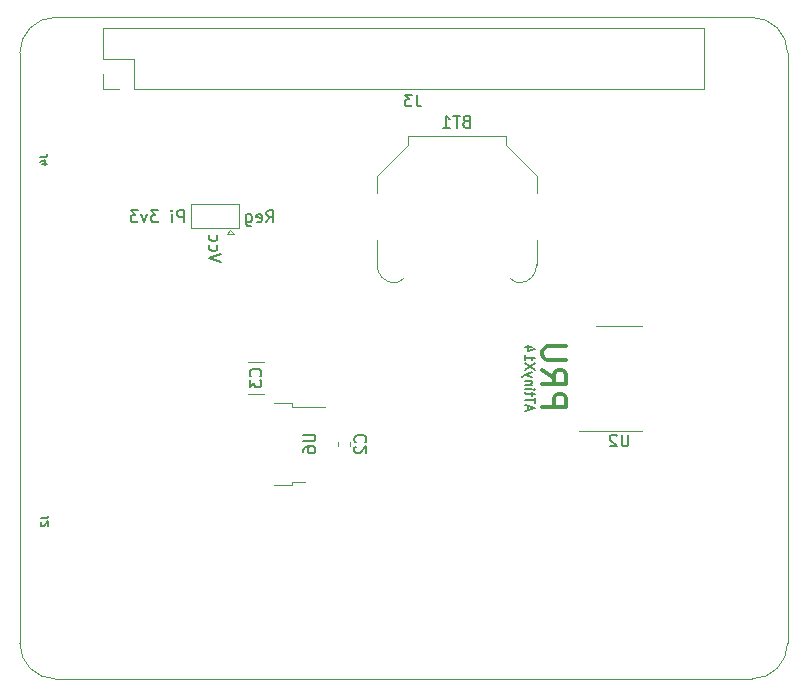
<source format=gbr>
G04 #@! TF.GenerationSoftware,KiCad,Pcbnew,6.0.2+dfsg-1*
G04 #@! TF.CreationDate,2022-08-30T21:57:41-05:00*
G04 #@! TF.ProjectId,BaseStationHAT,42617365-5374-4617-9469-6f6e4841542e,rev?*
G04 #@! TF.SameCoordinates,Original*
G04 #@! TF.FileFunction,Legend,Bot*
G04 #@! TF.FilePolarity,Positive*
%FSLAX46Y46*%
G04 Gerber Fmt 4.6, Leading zero omitted, Abs format (unit mm)*
G04 Created by KiCad (PCBNEW 6.0.2+dfsg-1) date 2022-08-30 21:57:41*
%MOMM*%
%LPD*%
G01*
G04 APERTURE LIST*
G04 #@! TA.AperFunction,Profile*
%ADD10C,0.100000*%
G04 #@! TD*
%ADD11C,0.150000*%
%ADD12C,0.300000*%
%ADD13C,0.130000*%
%ADD14C,0.120000*%
G04 APERTURE END LIST*
D10*
X143546356Y-113817611D02*
X143546356Y-63817611D01*
X78546356Y-63817611D02*
X78546356Y-113817611D01*
X140546356Y-116817611D02*
G75*
G03*
X143546356Y-113817611I-1J3000001D01*
G01*
X140546356Y-60817611D02*
X81546356Y-60817611D01*
X81546356Y-116817611D02*
X140546356Y-116817611D01*
X143546356Y-63817611D02*
G75*
G03*
X140546356Y-60817611I-3000001J-1D01*
G01*
X81546356Y-60817611D02*
G75*
G03*
X78546356Y-63817611I1J-3000001D01*
G01*
X78546356Y-113817611D02*
G75*
G03*
X81546356Y-116817611I3000001J1D01*
G01*
D11*
X92414285Y-78152380D02*
X92414285Y-77152380D01*
X92033333Y-77152380D01*
X91938095Y-77200000D01*
X91890476Y-77247619D01*
X91842857Y-77342857D01*
X91842857Y-77485714D01*
X91890476Y-77580952D01*
X91938095Y-77628571D01*
X92033333Y-77676190D01*
X92414285Y-77676190D01*
X91414285Y-78152380D02*
X91414285Y-77485714D01*
X91414285Y-77152380D02*
X91461904Y-77200000D01*
X91414285Y-77247619D01*
X91366666Y-77200000D01*
X91414285Y-77152380D01*
X91414285Y-77247619D01*
X90271428Y-77152380D02*
X89652380Y-77152380D01*
X89985714Y-77533333D01*
X89842857Y-77533333D01*
X89747619Y-77580952D01*
X89700000Y-77628571D01*
X89652380Y-77723809D01*
X89652380Y-77961904D01*
X89700000Y-78057142D01*
X89747619Y-78104761D01*
X89842857Y-78152380D01*
X90128571Y-78152380D01*
X90223809Y-78104761D01*
X90271428Y-78057142D01*
X89319047Y-77485714D02*
X89080952Y-78152380D01*
X88842857Y-77485714D01*
X88557142Y-77152380D02*
X87938095Y-77152380D01*
X88271428Y-77533333D01*
X88128571Y-77533333D01*
X88033333Y-77580952D01*
X87985714Y-77628571D01*
X87938095Y-77723809D01*
X87938095Y-77961904D01*
X87985714Y-78057142D01*
X88033333Y-78104761D01*
X88128571Y-78152380D01*
X88414285Y-78152380D01*
X88509523Y-78104761D01*
X88557142Y-78057142D01*
X99421428Y-78152380D02*
X99754761Y-77676190D01*
X99992857Y-78152380D02*
X99992857Y-77152380D01*
X99611904Y-77152380D01*
X99516666Y-77200000D01*
X99469047Y-77247619D01*
X99421428Y-77342857D01*
X99421428Y-77485714D01*
X99469047Y-77580952D01*
X99516666Y-77628571D01*
X99611904Y-77676190D01*
X99992857Y-77676190D01*
X98611904Y-78104761D02*
X98707142Y-78152380D01*
X98897619Y-78152380D01*
X98992857Y-78104761D01*
X99040476Y-78009523D01*
X99040476Y-77628571D01*
X98992857Y-77533333D01*
X98897619Y-77485714D01*
X98707142Y-77485714D01*
X98611904Y-77533333D01*
X98564285Y-77628571D01*
X98564285Y-77723809D01*
X99040476Y-77819047D01*
X97707142Y-77485714D02*
X97707142Y-78295238D01*
X97754761Y-78390476D01*
X97802380Y-78438095D01*
X97897619Y-78485714D01*
X98040476Y-78485714D01*
X98135714Y-78438095D01*
X97707142Y-78104761D02*
X97802380Y-78152380D01*
X97992857Y-78152380D01*
X98088095Y-78104761D01*
X98135714Y-78057142D01*
X98183333Y-77961904D01*
X98183333Y-77676190D01*
X98135714Y-77580952D01*
X98088095Y-77533333D01*
X97992857Y-77485714D01*
X97802380Y-77485714D01*
X97707142Y-77533333D01*
D12*
X122795238Y-93819047D02*
X124795238Y-93819047D01*
X124795238Y-93057142D01*
X124700000Y-92866666D01*
X124604761Y-92771428D01*
X124414285Y-92676190D01*
X124128571Y-92676190D01*
X123938095Y-92771428D01*
X123842857Y-92866666D01*
X123747619Y-93057142D01*
X123747619Y-93819047D01*
X122795238Y-90676190D02*
X123747619Y-91342857D01*
X122795238Y-91819047D02*
X124795238Y-91819047D01*
X124795238Y-91057142D01*
X124700000Y-90866666D01*
X124604761Y-90771428D01*
X124414285Y-90676190D01*
X124128571Y-90676190D01*
X123938095Y-90771428D01*
X123842857Y-90866666D01*
X123747619Y-91057142D01*
X123747619Y-91819047D01*
X124795238Y-89819047D02*
X123176190Y-89819047D01*
X122985714Y-89723809D01*
X122890476Y-89628571D01*
X122795238Y-89438095D01*
X122795238Y-89057142D01*
X122890476Y-88866666D01*
X122985714Y-88771428D01*
X123176190Y-88676190D01*
X124795238Y-88676190D01*
D13*
X121566666Y-94073809D02*
X121566666Y-93692857D01*
X121338095Y-94150000D02*
X122138095Y-93883333D01*
X121338095Y-93616666D01*
X122138095Y-93464285D02*
X122138095Y-93007142D01*
X121338095Y-93235714D02*
X122138095Y-93235714D01*
X121871428Y-92854761D02*
X121871428Y-92550000D01*
X122138095Y-92740476D02*
X121452380Y-92740476D01*
X121376190Y-92702380D01*
X121338095Y-92626190D01*
X121338095Y-92550000D01*
X121338095Y-92283333D02*
X121871428Y-92283333D01*
X122138095Y-92283333D02*
X122100000Y-92321428D01*
X122061904Y-92283333D01*
X122100000Y-92245238D01*
X122138095Y-92283333D01*
X122061904Y-92283333D01*
X121871428Y-91902380D02*
X121338095Y-91902380D01*
X121795238Y-91902380D02*
X121833333Y-91864285D01*
X121871428Y-91788095D01*
X121871428Y-91673809D01*
X121833333Y-91597619D01*
X121757142Y-91559523D01*
X121338095Y-91559523D01*
X121871428Y-91254761D02*
X121338095Y-91064285D01*
X121871428Y-90873809D02*
X121338095Y-91064285D01*
X121147619Y-91140476D01*
X121109523Y-91178571D01*
X121071428Y-91254761D01*
X122138095Y-90645238D02*
X121338095Y-90111904D01*
X122138095Y-90111904D02*
X121338095Y-90645238D01*
X121338095Y-89388095D02*
X121338095Y-89845238D01*
X121338095Y-89616666D02*
X122138095Y-89616666D01*
X122023809Y-89692857D01*
X121947619Y-89769047D01*
X121909523Y-89845238D01*
X121871428Y-88702380D02*
X121338095Y-88702380D01*
X122176190Y-88892857D02*
X121604761Y-89083333D01*
X121604761Y-88588095D01*
D11*
X95597619Y-81540476D02*
X94597619Y-81207142D01*
X95597619Y-80873809D01*
X94645238Y-80111904D02*
X94597619Y-80207142D01*
X94597619Y-80397619D01*
X94645238Y-80492857D01*
X94692857Y-80540476D01*
X94788095Y-80588095D01*
X95073809Y-80588095D01*
X95169047Y-80540476D01*
X95216666Y-80492857D01*
X95264285Y-80397619D01*
X95264285Y-80207142D01*
X95216666Y-80111904D01*
X94645238Y-79254761D02*
X94597619Y-79350000D01*
X94597619Y-79540476D01*
X94645238Y-79635714D01*
X94692857Y-79683333D01*
X94788095Y-79730952D01*
X95073809Y-79730952D01*
X95169047Y-79683333D01*
X95216666Y-79635714D01*
X95264285Y-79540476D01*
X95264285Y-79350000D01*
X95216666Y-79254761D01*
X80299523Y-103236666D02*
X80756666Y-103236666D01*
X80848095Y-103206190D01*
X80909047Y-103145238D01*
X80939523Y-103053809D01*
X80939523Y-102992857D01*
X80360476Y-103510952D02*
X80330000Y-103541428D01*
X80299523Y-103602380D01*
X80299523Y-103754761D01*
X80330000Y-103815714D01*
X80360476Y-103846190D01*
X80421428Y-103876666D01*
X80482380Y-103876666D01*
X80573809Y-103846190D01*
X80939523Y-103480476D01*
X80939523Y-103876666D01*
X80249523Y-72636666D02*
X80706666Y-72636666D01*
X80798095Y-72606190D01*
X80859047Y-72545238D01*
X80889523Y-72453809D01*
X80889523Y-72392857D01*
X80462857Y-73215714D02*
X80889523Y-73215714D01*
X80219047Y-73063333D02*
X80676190Y-72910952D01*
X80676190Y-73307142D01*
X112133333Y-67352380D02*
X112133333Y-68066666D01*
X112180952Y-68209523D01*
X112276190Y-68304761D01*
X112419047Y-68352380D01*
X112514285Y-68352380D01*
X111752380Y-67352380D02*
X111133333Y-67352380D01*
X111466666Y-67733333D01*
X111323809Y-67733333D01*
X111228571Y-67780952D01*
X111180952Y-67828571D01*
X111133333Y-67923809D01*
X111133333Y-68161904D01*
X111180952Y-68257142D01*
X111228571Y-68304761D01*
X111323809Y-68352380D01*
X111609523Y-68352380D01*
X111704761Y-68304761D01*
X111752380Y-68257142D01*
X116335714Y-69623571D02*
X116192857Y-69671190D01*
X116145238Y-69718809D01*
X116097619Y-69814047D01*
X116097619Y-69956904D01*
X116145238Y-70052142D01*
X116192857Y-70099761D01*
X116288095Y-70147380D01*
X116669047Y-70147380D01*
X116669047Y-69147380D01*
X116335714Y-69147380D01*
X116240476Y-69195000D01*
X116192857Y-69242619D01*
X116145238Y-69337857D01*
X116145238Y-69433095D01*
X116192857Y-69528333D01*
X116240476Y-69575952D01*
X116335714Y-69623571D01*
X116669047Y-69623571D01*
X115811904Y-69147380D02*
X115240476Y-69147380D01*
X115526190Y-70147380D02*
X115526190Y-69147380D01*
X114383333Y-70147380D02*
X114954761Y-70147380D01*
X114669047Y-70147380D02*
X114669047Y-69147380D01*
X114764285Y-69290238D01*
X114859523Y-69385476D01*
X114954761Y-69433095D01*
X98907142Y-91183333D02*
X98954761Y-91135714D01*
X99002380Y-90992857D01*
X99002380Y-90897619D01*
X98954761Y-90754761D01*
X98859523Y-90659523D01*
X98764285Y-90611904D01*
X98573809Y-90564285D01*
X98430952Y-90564285D01*
X98240476Y-90611904D01*
X98145238Y-90659523D01*
X98050000Y-90754761D01*
X98002380Y-90897619D01*
X98002380Y-90992857D01*
X98050000Y-91135714D01*
X98097619Y-91183333D01*
X98002380Y-91516666D02*
X98002380Y-92135714D01*
X98383333Y-91802380D01*
X98383333Y-91945238D01*
X98430952Y-92040476D01*
X98478571Y-92088095D01*
X98573809Y-92135714D01*
X98811904Y-92135714D01*
X98907142Y-92088095D01*
X98954761Y-92040476D01*
X99002380Y-91945238D01*
X99002380Y-91659523D01*
X98954761Y-91564285D01*
X98907142Y-91516666D01*
X102552380Y-96138095D02*
X103361904Y-96138095D01*
X103457142Y-96185714D01*
X103504761Y-96233333D01*
X103552380Y-96328571D01*
X103552380Y-96519047D01*
X103504761Y-96614285D01*
X103457142Y-96661904D01*
X103361904Y-96709523D01*
X102552380Y-96709523D01*
X102552380Y-97614285D02*
X102552380Y-97423809D01*
X102600000Y-97328571D01*
X102647619Y-97280952D01*
X102790476Y-97185714D01*
X102980952Y-97138095D01*
X103361904Y-97138095D01*
X103457142Y-97185714D01*
X103504761Y-97233333D01*
X103552380Y-97328571D01*
X103552380Y-97519047D01*
X103504761Y-97614285D01*
X103457142Y-97661904D01*
X103361904Y-97709523D01*
X103123809Y-97709523D01*
X103028571Y-97661904D01*
X102980952Y-97614285D01*
X102933333Y-97519047D01*
X102933333Y-97328571D01*
X102980952Y-97233333D01*
X103028571Y-97185714D01*
X103123809Y-97138095D01*
X130069404Y-96132380D02*
X130069404Y-96941904D01*
X130021785Y-97037142D01*
X129974166Y-97084761D01*
X129878928Y-97132380D01*
X129688452Y-97132380D01*
X129593214Y-97084761D01*
X129545595Y-97037142D01*
X129497976Y-96941904D01*
X129497976Y-96132380D01*
X129069404Y-96227619D02*
X129021785Y-96180000D01*
X128926547Y-96132380D01*
X128688452Y-96132380D01*
X128593214Y-96180000D01*
X128545595Y-96227619D01*
X128497976Y-96322857D01*
X128497976Y-96418095D01*
X128545595Y-96560952D01*
X129117023Y-97132380D01*
X128497976Y-97132380D01*
X107787142Y-96783333D02*
X107834761Y-96735714D01*
X107882380Y-96592857D01*
X107882380Y-96497619D01*
X107834761Y-96354761D01*
X107739523Y-96259523D01*
X107644285Y-96211904D01*
X107453809Y-96164285D01*
X107310952Y-96164285D01*
X107120476Y-96211904D01*
X107025238Y-96259523D01*
X106930000Y-96354761D01*
X106882380Y-96497619D01*
X106882380Y-96592857D01*
X106930000Y-96735714D01*
X106977619Y-96783333D01*
X106977619Y-97164285D02*
X106930000Y-97211904D01*
X106882380Y-97307142D01*
X106882380Y-97545238D01*
X106930000Y-97640476D01*
X106977619Y-97688095D01*
X107072857Y-97735714D01*
X107168095Y-97735714D01*
X107310952Y-97688095D01*
X107882380Y-97116666D01*
X107882380Y-97735714D01*
D14*
X85590000Y-65590000D02*
X85590000Y-66920000D01*
X85590000Y-64320000D02*
X88190000Y-64320000D01*
X88190000Y-66920000D02*
X136510000Y-66920000D01*
X85590000Y-61720000D02*
X85590000Y-64320000D01*
X85590000Y-61720000D02*
X136510000Y-61720000D01*
X136510000Y-61720000D02*
X136510000Y-66920000D01*
X88190000Y-64320000D02*
X88190000Y-66920000D01*
X85590000Y-66920000D02*
X86920000Y-66920000D01*
X122300000Y-75695000D02*
X122300000Y-74245000D01*
X122300000Y-79695000D02*
X122300000Y-81795000D01*
X108800000Y-79695000D02*
X108800000Y-81795000D01*
X111400000Y-71645000D02*
X108800000Y-74245000D01*
X119700000Y-70845000D02*
X111400000Y-70845000D01*
X111400000Y-70845000D02*
X111400000Y-71645000D01*
X108800000Y-74245000D02*
X108800000Y-75695000D01*
X119700000Y-71645000D02*
X119700000Y-70845000D01*
X122300000Y-74245000D02*
X119700000Y-71645000D01*
X120050000Y-82895000D02*
G75*
G03*
X120964615Y-83279160I790000J600001D01*
G01*
X108800000Y-81745000D02*
G75*
G03*
X110250000Y-83295000I1499999J-50001D01*
G01*
X110135385Y-83279160D02*
G75*
G03*
X111050000Y-82895000I124615J984161D01*
G01*
X120850000Y-83295000D02*
G75*
G03*
X122300000Y-81745000I-49999J1499999D01*
G01*
X97838748Y-92710000D02*
X99261252Y-92710000D01*
X97838748Y-89990000D02*
X99261252Y-89990000D01*
X96350000Y-78850000D02*
X96050000Y-79150000D01*
X93000000Y-76650000D02*
X93000000Y-78650000D01*
X97100000Y-78650000D02*
X97100000Y-76650000D01*
X97100000Y-76650000D02*
X93000000Y-76650000D01*
X96350000Y-78850000D02*
X96650000Y-79150000D01*
X93000000Y-78650000D02*
X97100000Y-78650000D01*
X96650000Y-79150000D02*
X96050000Y-79150000D01*
X100070000Y-93500000D02*
X101570000Y-93500000D01*
X100070000Y-100400000D02*
X101570000Y-100400000D01*
X101570000Y-93500000D02*
X101570000Y-93770000D01*
X101570000Y-100400000D02*
X101570000Y-100130000D01*
X101570000Y-93770000D02*
X104400000Y-93770000D01*
X101570000Y-100130000D02*
X102670000Y-100130000D01*
X129307500Y-95835000D02*
X125857500Y-95835000D01*
X129307500Y-95835000D02*
X131257500Y-95835000D01*
X129307500Y-86965000D02*
X127357500Y-86965000D01*
X129307500Y-86965000D02*
X131257500Y-86965000D01*
X106510000Y-97096267D02*
X106510000Y-96803733D01*
X105490000Y-97096267D02*
X105490000Y-96803733D01*
M02*

</source>
